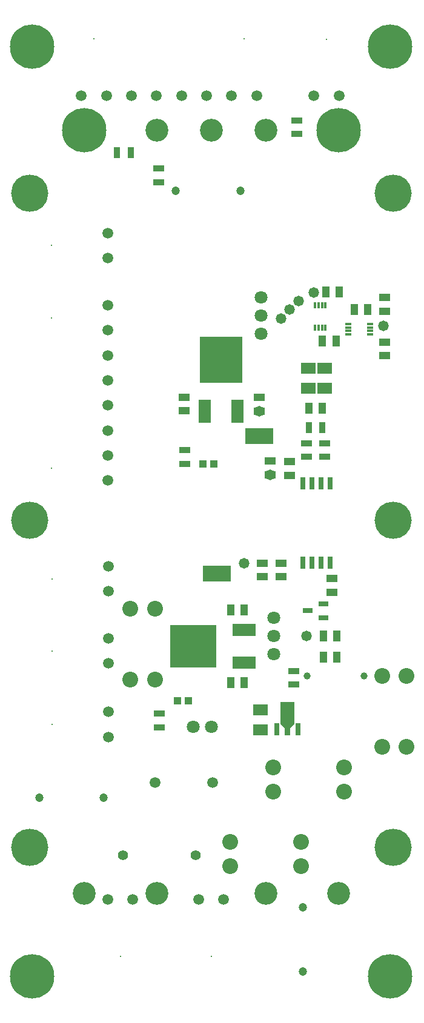
<source format=gts>
G04*
G04 #@! TF.GenerationSoftware,Altium Limited,Altium Designer,18.1.11 (251)*
G04*
G04 Layer_Color=8388736*
%FSLAX25Y25*%
%MOIN*%
G70*
G01*
G75*
%ADD21R,0.01968X0.06181*%
%ADD31R,0.05918X0.03556*%
%ADD32R,0.05721X0.03162*%
%ADD33R,0.07099X0.12611*%
%ADD34R,0.23635X0.25210*%
%ADD35R,0.12611X0.07099*%
%ADD36R,0.25210X0.23635*%
%ADD37R,0.02769X0.06981*%
%ADD38R,0.01784X0.03753*%
%ADD39R,0.03162X0.07099*%
%ADD40R,0.03753X0.01784*%
%ADD41R,0.15367X0.08674*%
%ADD42R,0.03556X0.05918*%
%ADD43R,0.03950X0.03950*%
%ADD44R,0.07887X0.06312*%
%ADD45R,0.04343X0.05918*%
%ADD46R,0.05918X0.04343*%
%ADD47C,0.05918*%
%ADD48C,0.00800*%
%ADD49C,0.24422*%
%ADD50C,0.20485*%
%ADD51C,0.12611*%
%ADD52C,0.03950*%
%ADD53C,0.07099*%
%ADD54C,0.08674*%
%ADD55C,0.04737*%
%ADD56C,0.05524*%
%ADD57C,0.05800*%
G36*
X211596Y170756D02*
X211647Y170746D01*
X211697Y170729D01*
X211744Y170705D01*
X211787Y170676D01*
X211827Y170642D01*
X211861Y170602D01*
X211891Y170559D01*
X211914Y170512D01*
X211930Y170462D01*
X211941Y170411D01*
X211944Y170358D01*
Y158931D01*
X211944Y158922D01*
X211944Y158913D01*
X211942Y158896D01*
X211941Y158879D01*
X211939Y158870D01*
X211938Y158861D01*
X211934Y158844D01*
X211930Y158827D01*
X211928Y158819D01*
X211925Y158810D01*
X211919Y158794D01*
X211914Y158778D01*
X211910Y158770D01*
X211906Y158761D01*
X211898Y158746D01*
X211891Y158731D01*
X211885Y158723D01*
X211881Y158715D01*
X211871Y158701D01*
X211861Y158687D01*
X211855Y158680D01*
X211850Y158673D01*
X209582Y155980D01*
Y152740D01*
X209578Y152688D01*
X209568Y152636D01*
X209552Y152587D01*
X209528Y152540D01*
X209499Y152496D01*
X209465Y152457D01*
X209425Y152422D01*
X209382Y152393D01*
X209334Y152370D01*
X209285Y152353D01*
X209233Y152343D01*
X209181Y152339D01*
X206819D01*
X206767Y152343D01*
X206715Y152353D01*
X206665Y152370D01*
X206618Y152393D01*
X206575Y152422D01*
X206535Y152457D01*
X206501Y152496D01*
X206472Y152540D01*
X206449Y152587D01*
X206432Y152636D01*
X206421Y152688D01*
X206418Y152740D01*
Y155980D01*
X204150Y158673D01*
X204145Y158680D01*
X204139Y158687D01*
X204129Y158701D01*
X204119Y158715D01*
X204115Y158723D01*
X204110Y158731D01*
X204102Y158746D01*
X204094Y158761D01*
X204090Y158770D01*
X204086Y158778D01*
X204081Y158794D01*
X204075Y158810D01*
X204072Y158819D01*
X204069Y158827D01*
X204066Y158844D01*
X204062Y158861D01*
X204061Y158870D01*
X204059Y158879D01*
X204058Y158896D01*
X204056Y158913D01*
X204056Y158922D01*
X204056Y158931D01*
Y170358D01*
X204059Y170411D01*
X204069Y170462D01*
X204086Y170512D01*
X204110Y170559D01*
X204139Y170602D01*
X204173Y170642D01*
X204213Y170676D01*
X204256Y170705D01*
X204303Y170729D01*
X204353Y170746D01*
X204404Y170756D01*
X204457Y170759D01*
X211543D01*
X211596Y170756D01*
D02*
G37*
D21*
X208000Y155831D02*
D03*
D31*
X213000Y483260D02*
D03*
Y490740D02*
D03*
X137000Y456760D02*
D03*
Y464240D02*
D03*
X228500Y313118D02*
D03*
Y305638D02*
D03*
X218500Y313118D02*
D03*
Y305638D02*
D03*
X151500Y309315D02*
D03*
Y301835D02*
D03*
X137500Y156760D02*
D03*
Y164240D02*
D03*
X211500Y187740D02*
D03*
Y180260D02*
D03*
D32*
X227752Y217213D02*
D03*
Y224693D02*
D03*
X219287Y220953D02*
D03*
D33*
X162445Y330716D02*
D03*
X180555D02*
D03*
D34*
X171500Y358984D02*
D03*
D35*
X184283Y192445D02*
D03*
Y210555D02*
D03*
D36*
X156016Y201500D02*
D03*
D37*
X213906Y155831D02*
D03*
X202095D02*
D03*
D38*
X225016Y376787D02*
D03*
X226984D02*
D03*
X228953D02*
D03*
X223047Y388992D02*
D03*
X225016D02*
D03*
X226984D02*
D03*
X228953D02*
D03*
X223047Y376787D02*
D03*
D39*
X231500Y291154D02*
D03*
X216500Y247453D02*
D03*
X221500D02*
D03*
X226500D02*
D03*
X231500D02*
D03*
X216500Y291154D02*
D03*
X221500D02*
D03*
X226500D02*
D03*
D40*
X241398Y376874D02*
D03*
Y374905D02*
D03*
Y372937D02*
D03*
X253603Y378842D02*
D03*
Y376874D02*
D03*
Y374905D02*
D03*
Y372937D02*
D03*
X241398Y378842D02*
D03*
D41*
X192500Y317000D02*
D03*
X169291Y241500D02*
D03*
D42*
X121740Y473000D02*
D03*
X114260D02*
D03*
X219760Y321878D02*
D03*
X227240D02*
D03*
D43*
X167453Y301575D02*
D03*
X161547D02*
D03*
X153453Y171500D02*
D03*
X147547D02*
D03*
D44*
X228500Y354390D02*
D03*
Y343366D02*
D03*
X219500D02*
D03*
Y354390D02*
D03*
X193000Y166512D02*
D03*
Y155488D02*
D03*
D45*
X219760Y332378D02*
D03*
X227240D02*
D03*
X227760Y207000D02*
D03*
X235240D02*
D03*
X227760Y195500D02*
D03*
X235240D02*
D03*
X184240Y221500D02*
D03*
X176760D02*
D03*
X184240Y181500D02*
D03*
X176760D02*
D03*
X229000Y396390D02*
D03*
X236480D02*
D03*
X234740Y369390D02*
D03*
X227260D02*
D03*
X244760Y386890D02*
D03*
X252240D02*
D03*
D46*
X232500Y231138D02*
D03*
Y238618D02*
D03*
X261500Y385760D02*
D03*
Y393240D02*
D03*
X192500Y330760D02*
D03*
Y338240D02*
D03*
X151000Y331020D02*
D03*
Y338500D02*
D03*
X209000Y303000D02*
D03*
Y295520D02*
D03*
X204500Y239713D02*
D03*
Y247193D02*
D03*
X198500Y303240D02*
D03*
Y295760D02*
D03*
X194000Y239713D02*
D03*
Y247193D02*
D03*
X261500Y368890D02*
D03*
Y361409D02*
D03*
D47*
X109142Y428890D02*
D03*
Y415110D02*
D03*
X109500Y245390D02*
D03*
Y231610D02*
D03*
X109142Y333949D02*
D03*
Y347728D02*
D03*
Y361508D02*
D03*
Y375287D02*
D03*
Y389067D02*
D03*
Y320169D02*
D03*
Y306390D02*
D03*
Y292610D02*
D03*
X109500Y165279D02*
D03*
Y151500D02*
D03*
X135941Y504500D02*
D03*
X149721D02*
D03*
X163500D02*
D03*
X177279D02*
D03*
X191059D02*
D03*
X122161D02*
D03*
X108382D02*
D03*
X94602D02*
D03*
X109500Y205780D02*
D03*
Y192000D02*
D03*
X236390Y504358D02*
D03*
X222610D02*
D03*
X109110Y61917D02*
D03*
X122890D02*
D03*
X159110D02*
D03*
X172890D02*
D03*
X166748Y126500D02*
D03*
X135252D02*
D03*
D48*
X78000Y422000D02*
D03*
X78358Y238500D02*
D03*
X78000Y382177D02*
D03*
Y299500D02*
D03*
X78358Y158390D02*
D03*
X184169Y535642D02*
D03*
X101492D02*
D03*
X78358Y198890D02*
D03*
X229500Y535500D02*
D03*
X116000Y30776D02*
D03*
X166000D02*
D03*
D49*
X67575Y531496D02*
D03*
Y19685D02*
D03*
X264425Y531496D02*
D03*
Y19685D02*
D03*
X236000Y485394D02*
D03*
X96000D02*
D03*
D50*
X66000Y450630D02*
D03*
Y90630D02*
D03*
X266000Y450630D02*
D03*
Y90630D02*
D03*
X66000Y270630D02*
D03*
X266000D02*
D03*
D51*
X196000Y485394D02*
D03*
X166000D02*
D03*
X236000Y65315D02*
D03*
X196000D02*
D03*
X136000D02*
D03*
X96000D02*
D03*
X136000Y485394D02*
D03*
D52*
X250248Y185000D02*
D03*
X218752D02*
D03*
D53*
X193500Y373500D02*
D03*
Y383500D02*
D03*
Y393500D02*
D03*
X200500Y197000D02*
D03*
Y207000D02*
D03*
Y217000D02*
D03*
X166000Y157000D02*
D03*
X156000D02*
D03*
D54*
X135000Y222055D02*
D03*
X121614D02*
D03*
X135000Y183000D02*
D03*
X121614D02*
D03*
X260000Y146000D02*
D03*
X273386D02*
D03*
X260000Y185055D02*
D03*
X273386D02*
D03*
X239055Y121500D02*
D03*
Y134886D02*
D03*
X200000Y121500D02*
D03*
Y134886D02*
D03*
X176445Y93849D02*
D03*
Y80463D02*
D03*
X215500Y93849D02*
D03*
Y80463D02*
D03*
D55*
X106933Y118000D02*
D03*
X71500D02*
D03*
X146567Y452000D02*
D03*
X182000D02*
D03*
X216500Y22284D02*
D03*
Y57717D02*
D03*
D56*
X157579Y86500D02*
D03*
X117421D02*
D03*
D57*
X184169Y247193D02*
D03*
X218500Y207000D02*
D03*
X222500Y396000D02*
D03*
X260713Y377650D02*
D03*
X209000Y386890D02*
D03*
X214059Y391390D02*
D03*
X204500Y381890D02*
D03*
X192478Y330738D02*
D03*
X198500Y295760D02*
D03*
M02*

</source>
